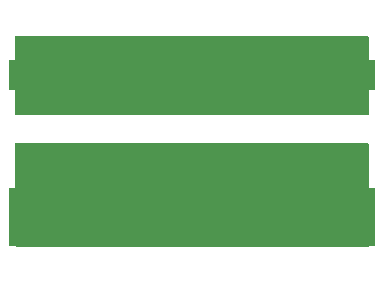
<source format=gbr>
%TF.GenerationSoftware,KiCad,Pcbnew,9.0.0*%
%TF.CreationDate,2025-07-25T23:50:20+02:00*%
%TF.ProjectId,xioboxconn_empty,78696f62-6f78-4636-9f6e-6e5f656d7074,rev?*%
%TF.SameCoordinates,PX73b0b30PY6adbf50*%
%TF.FileFunction,Copper,L1,Top*%
%TF.FilePolarity,Positive*%
%FSLAX46Y46*%
G04 Gerber Fmt 4.6, Leading zero omitted, Abs format (unit mm)*
G04 Created by KiCad (PCBNEW 9.0.0) date 2025-07-25 23:50:20*
%MOMM*%
%LPD*%
G01*
G04 APERTURE LIST*
%TA.AperFunction,SMDPad,CuDef*%
%ADD10R,0.500000X2.540000*%
%TD*%
%TA.AperFunction,SMDPad,CuDef*%
%ADD11R,0.500000X5.000000*%
%TD*%
G04 APERTURE END LIST*
D10*
%TO.P,J3,24V,24V*%
%TO.N,24V*%
X30480000Y15240000D03*
D11*
%TO.P,J3,GND,GND*%
%TO.N,GND*%
X30480000Y3175000D03*
%TD*%
D10*
%TO.P,J2,24V,24V*%
%TO.N,24V*%
X0Y15240000D03*
D11*
%TO.P,J2,GND,GND*%
%TO.N,GND*%
X0Y3175000D03*
%TD*%
%TA.AperFunction,Conductor*%
%TO.N,24V*%
G36*
X30173039Y18522315D02*
G01*
X30218794Y18469511D01*
X30230000Y18418000D01*
X30230000Y11935000D01*
X30210315Y11867961D01*
X30157511Y11822206D01*
X30106000Y11811000D01*
X374000Y11811000D01*
X306961Y11830685D01*
X261206Y11883489D01*
X250000Y11935000D01*
X250000Y18418000D01*
X269685Y18485039D01*
X322489Y18530794D01*
X374000Y18542000D01*
X30106000Y18542000D01*
X30173039Y18522315D01*
G37*
%TD.AperFunction*%
%TD*%
%TA.AperFunction,Conductor*%
%TO.N,GND*%
G36*
X30173039Y9465315D02*
G01*
X30218794Y9412511D01*
X30230000Y9361000D01*
X30230000Y799000D01*
X30210315Y731961D01*
X30157511Y686206D01*
X30106000Y675000D01*
X374000Y675000D01*
X306961Y694685D01*
X261206Y747489D01*
X250000Y799000D01*
X250000Y9361000D01*
X269685Y9428039D01*
X322489Y9473794D01*
X374000Y9485000D01*
X30106000Y9485000D01*
X30173039Y9465315D01*
G37*
%TD.AperFunction*%
%TD*%
M02*

</source>
